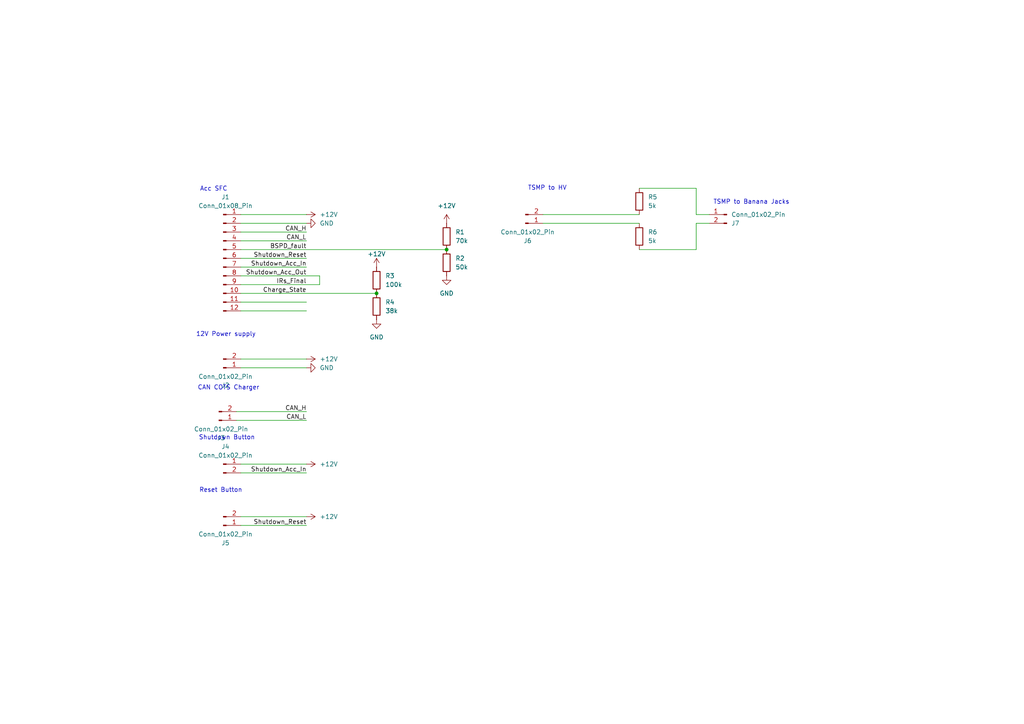
<source format=kicad_sch>
(kicad_sch (version 20231120) (generator "eeschema") (generator_version "8.0")
  (paper "A4")
  (lib_symbols
    (symbol "Connector:Conn_01x02_Pin" (pin_names (offset 1.016) hide)
      (property "Reference" "J" (at 0 2.54 0))
      (property "Value" "Conn_01x02_Pin" (at 0 -5.08 0))
      (symbol "Conn_01x02_Pin_1_1"
        (polyline (pts (xy 1.27 -2.54) (xy 0.8636 -2.54)) (stroke (width 0.1524)))
        (polyline (pts (xy 1.27 0) (xy 0.8636 0)) (stroke (width 0.1524)))
        (rectangle (start 0.8636 -2.413) (end 0 -2.667) (stroke (width 0.1524)) (fill (type outline)))
        (rectangle (start 0.8636 0.127) (end 0 -0.127) (stroke (width 0.1524)) (fill (type outline)))
        (pin passive line (at 5.08 0 180) (length 3.81) (name "Pin_1") (number "1"))
        (pin passive line (at 5.08 -2.54 180) (length 3.81) (name "Pin_2") (number "2"))
      )
    )
    (symbol "Connector:Conn_01x12_Pin" (pin_names (offset 1.016) hide)
      (property "Reference" "J" (at 0 15.24 0))
      (property "Value" "Conn_01x12_Pin" (at 0 -17.78 0))
      (symbol "Conn_01x12_Pin_1_1"
        (polyline (pts (xy 1.27 -15.24) (xy 0.8636 -15.24)) (stroke (width 0.1524)))
        (polyline (pts (xy 1.27 -12.7) (xy 0.8636 -12.7)) (stroke (width 0.1524)))
        (polyline (pts (xy 1.27 -10.16) (xy 0.8636 -10.16)) (stroke (width 0.1524)))
        (polyline (pts (xy 1.27 -7.62) (xy 0.8636 -7.62)) (stroke (width 0.1524)))
        (polyline (pts (xy 1.27 -5.08) (xy 0.8636 -5.08)) (stroke (width 0.1524)))
        (polyline (pts (xy 1.27 -2.54) (xy 0.8636 -2.54)) (stroke (width 0.1524)))
        (polyline (pts (xy 1.27 0) (xy 0.8636 0)) (stroke (width 0.1524)))
        (polyline (pts (xy 1.27 2.54) (xy 0.8636 2.54)) (stroke (width 0.1524)))
        (polyline (pts (xy 1.27 5.08) (xy 0.8636 5.08)) (stroke (width 0.1524)))
        (polyline (pts (xy 1.27 7.62) (xy 0.8636 7.62)) (stroke (width 0.1524)))
        (polyline (pts (xy 1.27 10.16) (xy 0.8636 10.16)) (stroke (width 0.1524)))
        (polyline (pts (xy 1.27 12.7) (xy 0.8636 12.7)) (stroke (width 0.1524)))
        (rectangle (start 0.8636 -15.113) (end 0 -15.367) (stroke (width 0.1524)) (fill (type outline)))
        (rectangle (start 0.8636 -12.573) (end 0 -12.827) (stroke (width 0.1524)) (fill (type outline)))
        (rectangle (start 0.8636 -10.033) (end 0 -10.287) (stroke (width 0.1524)) (fill (type outline)))
        (rectangle (start 0.8636 -7.493) (end 0 -7.747) (stroke (width 0.1524)) (fill (type outline)))
        (rectangle (start 0.8636 -4.953) (end 0 -5.207) (stroke (width 0.1524)) (fill (type outline)))
        (rectangle (start 0.8636 -2.413) (end 0 -2.667) (stroke (width 0.1524)) (fill (type outline)))
        (rectangle (start 0.8636 0.127) (end 0 -0.127) (stroke (width 0.1524)) (fill (type outline)))
        (rectangle (start 0.8636 2.667) (end 0 2.413) (stroke (width 0.1524)) (fill (type outline)))
        (rectangle (start 0.8636 5.207) (end 0 4.953) (stroke (width 0.1524)) (fill (type outline)))
        (rectangle (start 0.8636 7.747) (end 0 7.493) (stroke (width 0.1524)) (fill (type outline)))
        (rectangle (start 0.8636 10.287) (end 0 10.033) (stroke (width 0.1524)) (fill (type outline)))
        (rectangle (start 0.8636 12.827) (end 0 12.573) (stroke (width 0.1524)) (fill (type outline)))
        (pin passive line (at 5.08 12.7 180) (length 3.81) (name "Pin_1") (number "1"))
        (pin passive line (at 5.08 -10.16 180) (length 3.81) (name "Pin_10") (number "10"))
        (pin passive line (at 5.08 -12.7 180) (length 3.81) (name "Pin_11") (number "11"))
        (pin passive line (at 5.08 -15.24 180) (length 3.81) (name "Pin_12") (number "12"))
        (pin passive line (at 5.08 10.16 180) (length 3.81) (name "Pin_2") (number "2"))
        (pin passive line (at 5.08 7.62 180) (length 3.81) (name "Pin_3") (number "3"))
        (pin passive line (at 5.08 5.08 180) (length 3.81) (name "Pin_4") (number "4"))
        (pin passive line (at 5.08 2.54 180) (length 3.81) (name "Pin_5") (number "5"))
        (pin passive line (at 5.08 0 180) (length 3.81) (name "Pin_6") (number "6"))
        (pin passive line (at 5.08 -2.54 180) (length 3.81) (name "Pin_7") (number "7"))
        (pin passive line (at 5.08 -5.08 180) (length 3.81) (name "Pin_8") (number "8"))
        (pin passive line (at 5.08 -7.62 180) (length 3.81) (name "Pin_9") (number "9"))
      )
    )
    (symbol "Device:R" (pin_numbers hide) (pin_names (offset 0))
      (property "Reference" "R" (at 2.032 0 90))
      (property "Value" "R" (at 0 0 90))
      (symbol "R_0_1"
        (rectangle (start -1.016 -2.54) (end 1.016 2.54) (stroke (width 0.254)))
      )
      (symbol "R_1_1"
        (pin passive line (at 0 3.81 270) (length 1.27) (name "~") (number "1"))
        (pin passive line (at 0 -3.81 90) (length 1.27) (name "~") (number "2"))
      )
    )
    (symbol "power:+12V" (power) (pin_numbers hide) (pin_names (offset 0) hide)
      (property "Value" "+12V" (at 0 3.556 0))
      (symbol "+12V_0_1"
        (polyline (pts (xy -0.762 1.27) (xy 0 2.54)))
        (polyline (pts (xy 0 0) (xy 0 2.54)))
        (polyline (pts (xy 0 2.54) (xy 0.762 1.27)))
      )
      (symbol "+12V_1_1"
        (pin power_in line (at 0 0 90) (length 0) (name "~") (number "1"))
      )
    )
    (symbol "power:GND" (power) (pin_numbers hide) (pin_names (offset 0) hide)
      (property "Value" "GND" (at 0 -3.81 0))
      (symbol "GND_0_1"
        (polyline (pts (xy 0 0) (xy 0 -1.27) (xy 1.27 -1.27) (xy 0 -2.54) (xy -1.27 -1.27) (xy 0 -1.27)))
      )
      (symbol "GND_1_1"
        (pin power_in line (at 0 0 270) (length 0) (name "~") (number "1"))
      )
    )
  )
  (junction (at 129.54 72.39))
  (junction (at 109.22 85.09))
  (wire (pts (xy 69.85 72.39) (xy 129.54 72.39)))
  (wire (pts (xy 69.85 77.47) (xy 88.9 77.47)))
  (wire (pts (xy 69.85 69.85) (xy 88.9 69.85)))
  (wire (pts (xy 69.85 67.31) (xy 88.9 67.31)))
  (wire (pts (xy 69.85 152.4) (xy 88.9 152.4)))
  (wire (pts (xy 69.85 64.77) (xy 88.9 64.77)))
  (wire (pts (xy 69.85 90.17) (xy 88.9 90.17)))
  (wire (pts (xy 69.85 87.63) (xy 88.9 87.63)))
  (wire (pts (xy 69.85 134.62) (xy 88.9 134.62)))
  (wire (pts (xy 201.93 62.23) (xy 205.74 62.23)))
  (wire (pts (xy 68.58 119.38) (xy 88.9 119.38)))
  (wire (pts (xy 92.71 80.01) (xy 92.71 82.55)))
  (wire (pts (xy 201.93 54.61) (xy 201.93 62.23)))
  (wire (pts (xy 69.85 82.55) (xy 92.71 82.55)))
  (wire (pts (xy 68.58 121.92) (xy 88.9 121.92)))
  (wire (pts (xy 69.85 62.23) (xy 88.9 62.23)))
  (wire (pts (xy 69.85 104.14) (xy 88.9 104.14)))
  (wire (pts (xy 69.85 85.09) (xy 109.22 85.09)))
  (wire (pts (xy 69.85 137.16) (xy 88.9 137.16)))
  (wire (pts (xy 69.85 74.93) (xy 88.9 74.93)))
  (wire (pts (xy 201.93 72.39) (xy 201.93 64.77)))
  (wire (pts (xy 201.93 64.77) (xy 205.74 64.77)))
  (wire (pts (xy 185.42 54.61) (xy 201.93 54.61)))
  (wire (pts (xy 157.48 62.23) (xy 185.42 62.23)))
  (wire (pts (xy 69.85 80.01) (xy 92.71 80.01)))
  (wire (pts (xy 185.42 72.39) (xy 201.93 72.39)))
  (wire (pts (xy 69.85 149.86) (xy 88.9 149.86)))
  (wire (pts (xy 69.85 106.68) (xy 88.9 106.68)))
  (wire (pts (xy 157.48 64.77) (xy 185.42 64.77)))
  (text "Acc SFC" (at 61.976 54.864 0) (effects (font (size 1.27 1.27))))
  (text "TSMP to HV" (at 158.75 54.61 0) (effects (font (size 1.27 1.27))))
  (text "TSMP to Banana Jacks" (at 217.932 58.674 0) (effects (font (size 1.27 1.27))))
  (text "Shutdown Button \n" (at 66.294 127 0) (effects (font (size 1.27 1.27))))
  (text "CAN COTS Charger" (at 66.294 112.522 0) (effects (font (size 1.27 1.27))))
  (text "12V Power supply" (at 65.532 97.028 0) (effects (font (size 1.27 1.27))))
  (text "Reset Button \n" (at 64.516 142.24 0) (effects (font (size 1.27 1.27))))
  (label "Shutdown_Acc_In" (at 88.9 137.16 180))
  (label "Charge_State" (at 88.9 85.09 180))
  (label "CAN_H" (at 88.9 119.38 180))
  (label "BSPD_fault" (at 88.9 72.39 180))
  (label "Shutdown_Reset" (at 88.9 74.93 180))
  (label "CAN_H" (at 88.9 67.31 180))
  (label "IRs_Final" (at 88.9 82.55 180))
  (label "Shutdown_Acc_In" (at 88.9 77.47 180))
  (label "CAN_L" (at 88.9 69.85 180))
  (label "CAN_L" (at 88.9 121.92 180))
  (label "Shutdown_Reset" (at 88.9 152.4 180))
  (label "Shutdown_Acc_Out" (at 88.9 80.01 180))
  (symbol (lib_id "Connector:Conn_01x02_Pin") (at 63.5 121.92 0) (mirror x) (unit 1)
    (property "Reference" "J3" (at 64.135 127 0))
    (property "Value" "Conn_01x02_Pin" (at 64.135 124.46 0))
    (property "Footprint" "Connector_Molex:Molex_Nano-Fit_105309-xx02_1x02_P2.50mm_Vertical" (effects (hide yes)))
    (property "Description" "Generic connector, single row, 01x02, script generated" (effects (hide yes)))
  )
  (symbol (lib_id "Connector:Conn_01x02_Pin") (at 64.77 152.4 0) (mirror x) (unit 1)
    (property "Reference" "J5" (at 65.405 157.48 0))
    (property "Value" "Conn_01x02_Pin" (at 65.405 154.94 0))
    (property "Footprint" "Connector_Molex:Molex_Nano-Fit_105309-xx02_1x02_P2.50mm_Vertical" (effects (hide yes)))
    (property "Description" "Generic connector, single row, 01x02, script generated" (effects (hide yes)))
  )
  (symbol (lib_id "Connector:Conn_01x02_Pin") (at 64.77 106.68 0) (mirror x) (unit 1)
    (property "Reference" "J2" (at 65.405 111.76 0))
    (property "Value" "Conn_01x02_Pin" (at 65.405 109.22 0))
    (property "Footprint" "Connector_Molex:Molex_Nano-Fit_105309-xx02_1x02_P2.50mm_Vertical" (effects (hide yes)))
    (property "Description" "Generic connector, single row, 01x02, script generated" (effects (hide yes)))
  )
  (symbol (lib_id "Connector:Conn_01x02_Pin") (at 210.82 62.23 0) (mirror y) (unit 1)
    (property "Reference" "J7" (at 212.09 64.7701 0) (effects (justify right)))
    (property "Value" "Conn_01x02_Pin" (at 212.09 62.2301 0) (effects (justify right)))
    (property "Footprint" "Connector_Molex:Molex_Nano-Fit_105309-xx02_1x02_P2.50mm_Vertical" (effects (hide yes)))
    (property "Description" "Generic connector, single row, 01x02, script generated" (effects (hide yes)))
  )
  (symbol (lib_id "Connector:Conn_01x12_Pin") (at 64.77 74.93 0) (unit 1)
    (property "Reference" "J1" (at 65.405 57.15 0))
    (property "Value" "Conn_01x08_Pin" (at 65.405 59.69 0))
    (property "Footprint" "Connector_Molex:Molex_Nano-Fit_105310-xx12_2x06_P2.50mm_Vertical" (effects (hide yes)))
    (property "Description" "Generic connector, single row, 01x12, script generated" (effects (hide yes)))
  )
  (symbol (lib_id "power:+12V") (at 88.9 104.14 270) (unit 1)
    (property "Reference" "#PWR03" (effects (hide yes)))
    (property "Value" "+12V" (at 92.71 104.1399 90) (effects (justify left)))
    (property "Description" "Power symbol creates a global label with name \"+12V\"" (effects (hide yes)))
  )
  (symbol (lib_id "Device:R") (at 109.22 81.28 180) (unit 1)
    (property "Reference" "R3" (at 111.76 80.0099 0) (effects (justify right)))
    (property "Value" "100k" (at 111.76 82.5499 0) (effects (justify right)))
    (property "Footprint" "Resistor_SMD:R_0805_2012Metric_Pad1.20x1.40mm_HandSolder" (effects (hide yes)))
    (property "Description" "Resistor" (effects (hide yes)))
  )
  (symbol (lib_id "Connector:Conn_01x02_Pin") (at 64.77 134.62 0) (unit 1)
    (property "Reference" "J4" (at 65.405 129.54 0))
    (property "Value" "Conn_01x02_Pin" (at 65.405 132.08 0))
    (property "Footprint" "Connector_Molex:Molex_Nano-Fit_105309-xx02_1x02_P2.50mm_Vertical" (effects (hide yes)))
    (property "Description" "Generic connector, single row, 01x02, script generated" (effects (hide yes)))
  )
  (symbol (lib_id "Device:R") (at 185.42 68.58 180) (unit 1)
    (property "Reference" "R6" (at 187.96 67.3099 0) (effects (justify right)))
    (property "Value" "5k" (at 187.96 69.8499 0) (effects (justify right)))
    (property "Footprint" "Resistor_THT:R_Axial_DIN0922_L20.0mm_D9.0mm_P25.40mm_Horizontal" (effects (hide yes)))
    (property "Description" "Resistor" (effects (hide yes)))
  )
  (symbol (lib_id "power:GND") (at 109.22 92.71 0) (unit 1)
    (property "Reference" "#PWR08" (effects (hide yes)))
    (property "Value" "GND" (at 109.22 97.79 0))
    (property "Description" "Power symbol creates a global label with name \"GND\" , ground" (effects (hide yes)))
  )
  (symbol (lib_id "Connector:Conn_01x02_Pin") (at 152.4 64.77 0) (mirror x) (unit 1)
    (property "Reference" "J6" (at 153.035 69.85 0))
    (property "Value" "Conn_01x02_Pin" (at 153.035 67.31 0))
    (property "Footprint" "Connector_Molex:Molex_Nano-Fit_105309-xx02_1x02_P2.50mm_Vertical" (effects (hide yes)))
    (property "Description" "Generic connector, single row, 01x02, script generated" (effects (hide yes)))
  )
  (symbol (lib_id "power:GND") (at 88.9 106.68 90) (unit 1)
    (property "Reference" "#PWR04" (effects (hide yes)))
    (property "Value" "GND" (at 92.71 106.6799 90) (effects (justify right)))
    (property "Description" "Power symbol creates a global label with name \"GND\" , ground" (effects (hide yes)))
  )
  (symbol (lib_id "Device:R") (at 185.42 58.42 0) (unit 1)
    (property "Reference" "R5" (at 187.96 57.1499 0) (effects (justify left)))
    (property "Value" "5k" (at 187.96 59.6899 0) (effects (justify left)))
    (property "Footprint" "Resistor_THT:R_Axial_DIN0922_L20.0mm_D9.0mm_P25.40mm_Horizontal" (effects (hide yes)))
    (property "Description" "Resistor" (effects (hide yes)))
  )
  (symbol (lib_id "power:+12V") (at 109.22 77.47 0) (unit 1)
    (property "Reference" "#PWR07" (effects (hide yes)))
    (property "Value" "+12V" (at 109.22 73.66 0))
    (property "Description" "Power symbol creates a global label with name \"+12V\"" (effects (hide yes)))
  )
  (symbol (lib_id "power:+12V") (at 88.9 62.23 270) (unit 1)
    (property "Reference" "#PWR01" (effects (hide yes)))
    (property "Value" "+12V" (at 92.71 62.2299 90) (effects (justify left)))
    (property "Description" "Power symbol creates a global label with name \"+12V\"" (effects (hide yes)))
  )
  (symbol (lib_id "power:+12V") (at 88.9 134.62 270) (unit 1)
    (property "Reference" "#PWR09" (effects (hide yes)))
    (property "Value" "+12V" (at 92.71 134.6199 90) (effects (justify left)))
    (property "Description" "Power symbol creates a global label with name \"+12V\"" (effects (hide yes)))
  )
  (symbol (lib_id "power:+12V") (at 88.9 149.86 270) (unit 1)
    (property "Reference" "#PWR010" (effects (hide yes)))
    (property "Value" "+12V" (at 92.71 149.8599 90) (effects (justify left)))
    (property "Description" "Power symbol creates a global label with name \"+12V\"" (effects (hide yes)))
  )
  (symbol (lib_id "power:GND") (at 88.9 64.77 90) (unit 1)
    (property "Reference" "#PWR02" (effects (hide yes)))
    (property "Value" "GND" (at 92.71 64.7699 90) (effects (justify right)))
    (property "Description" "Power symbol creates a global label with name \"GND\" , ground" (effects (hide yes)))
  )
  (symbol (lib_id "power:GND") (at 129.54 80.01 0) (unit 1)
    (property "Reference" "#PWR06" (effects (hide yes)))
    (property "Value" "GND" (at 129.54 85.09 0))
    (property "Description" "Power symbol creates a global label with name \"GND\" , ground" (effects (hide yes)))
  )
  (symbol (lib_id "Device:R") (at 129.54 76.2 0) (unit 1)
    (property "Reference" "R2" (at 132.08 74.9299 0) (effects (justify left)))
    (property "Value" "50k" (at 132.08 77.4699 0) (effects (justify left)))
    (property "Footprint" "Resistor_SMD:R_0805_2012Metric_Pad1.20x1.40mm_HandSolder" (effects (hide yes)))
    (property "Description" "Resistor" (effects (hide yes)))
  )
  (symbol (lib_id "power:+12V") (at 129.54 64.77 0) (unit 1)
    (property "Reference" "#PWR05" (effects (hide yes)))
    (property "Value" "+12V" (at 129.54 59.69 0))
    (property "Description" "Power symbol creates a global label with name \"+12V\"" (effects (hide yes)))
  )
  (symbol (lib_id "Device:R") (at 129.54 68.58 180) (unit 1)
    (property "Reference" "R1" (at 132.08 67.3099 0) (effects (justify right)))
    (property "Value" "70k" (at 132.08 69.8499 0) (effects (justify right)))
    (property "Footprint" "Resistor_SMD:R_0805_2012Metric_Pad1.20x1.40mm_HandSolder" (effects (hide yes)))
    (property "Description" "Resistor" (effects (hide yes)))
  )
  (symbol (lib_id "Device:R") (at 109.22 88.9 0) (unit 1)
    (property "Reference" "R4" (at 111.76 87.6299 0) (effects (justify left)))
    (property "Value" "38k" (at 111.76 90.1699 0) (effects (justify left)))
    (property "Footprint" "Resistor_SMD:R_0805_2012Metric_Pad1.20x1.40mm_HandSolder" (effects (hide yes)))
    (property "Description" "Resistor" (effects (hide yes)))
  )
)
</source>
